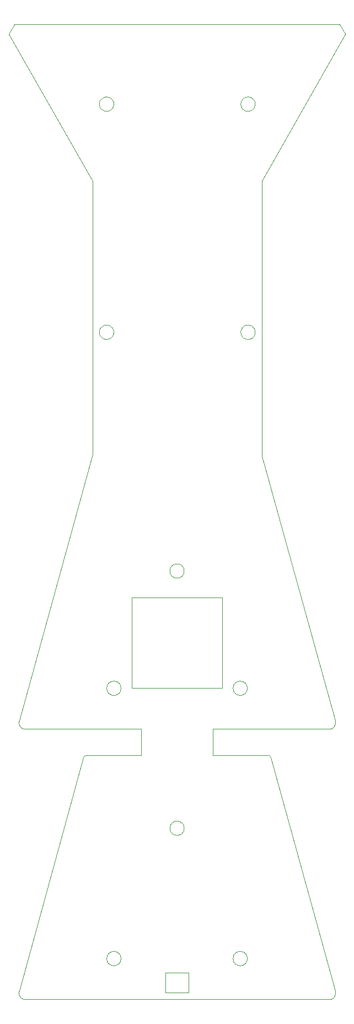
<source format=gbr>
%TF.GenerationSoftware,KiCad,Pcbnew,(6.0.5)*%
%TF.CreationDate,2022-08-05T18:45:46+09:00*%
%TF.ProjectId,ergotonic_f24_exre,6572676f-746f-46e6-9963-5f6632345f65,rev?*%
%TF.SameCoordinates,Original*%
%TF.FileFunction,Profile,NP*%
%FSLAX46Y46*%
G04 Gerber Fmt 4.6, Leading zero omitted, Abs format (unit mm)*
G04 Created by KiCad (PCBNEW (6.0.5)) date 2022-08-05 18:45:46*
%MOMM*%
%LPD*%
G01*
G04 APERTURE LIST*
%TA.AperFunction,Profile*%
%ADD10C,0.090000*%
%TD*%
%ADD11C,0.090000*%
%TA.AperFunction,Profile*%
%ADD12C,0.120000*%
%TD*%
G04 APERTURE END LIST*
D10*
X1099949Y-83000000D02*
G75*
G03*
X1099949Y-83000000I-1099997J0D01*
G01*
X10799997Y-103000000D02*
G75*
G03*
X10799997Y-103000000I-1099997J0D01*
G01*
X-8600003Y-103000000D02*
G75*
G03*
X-8600003Y-103000000I-1099997J0D01*
G01*
X1099886Y-43522532D02*
G75*
G03*
X1099886Y-43522532I-1099998J0D01*
G01*
X10799934Y-61522532D02*
G75*
G03*
X10799934Y-61522532I-1099997J0D01*
G01*
X-8600066Y-61522532D02*
G75*
G03*
X-8600066Y-61522532I-1099997J0D01*
G01*
D11*
X24253881Y-107986217D02*
X14364541Y-72141721D01*
X23289901Y-109252181D02*
X23411520Y-109244959D01*
X23528192Y-109223903D01*
X23639223Y-109189921D01*
X23743920Y-109143924D01*
X23841589Y-109086823D01*
X23931538Y-109019529D01*
X24013074Y-108942951D01*
X24085502Y-108858000D01*
X24148130Y-108765587D01*
X24200264Y-108666621D01*
X24241211Y-108562014D01*
X24270279Y-108452675D01*
X24286772Y-108339516D01*
X24289999Y-108223446D01*
X24279267Y-108105376D01*
X24253881Y-107986217D01*
X-23290030Y-109252117D02*
X23289901Y-109252181D01*
X-24254011Y-107986152D02*
X-24279393Y-108105311D01*
X-24290123Y-108223381D01*
X-24286894Y-108339451D01*
X-24270399Y-108452610D01*
X-24241331Y-108561949D01*
X-24200384Y-108666556D01*
X-24148250Y-108765522D01*
X-24085623Y-108857936D01*
X-24013196Y-108942887D01*
X-23931662Y-109019465D01*
X-23841714Y-109086759D01*
X-23744046Y-109143860D01*
X-23639350Y-109189857D01*
X-23528320Y-109223838D01*
X-23411649Y-109244895D01*
X-23290030Y-109252117D01*
X-14364649Y-72141721D02*
X-24254011Y-107986152D01*
X-13882637Y-71774710D02*
X-13985631Y-71785391D01*
X-14082055Y-71816159D01*
X-14169399Y-71865104D01*
X-14245152Y-71930311D01*
X-14306805Y-72009870D01*
X-14351846Y-72101867D01*
X-14364649Y-72141721D01*
X-5500052Y-71774710D02*
X-13882637Y-71774710D01*
X-5500052Y-67774674D02*
X-5500052Y-71774710D01*
X-23290094Y-67774653D02*
X-5500052Y-67774674D01*
X-24254075Y-66508710D02*
X-24279457Y-66627869D01*
X-24290187Y-66745938D01*
X-24286958Y-66862007D01*
X-24270463Y-66975165D01*
X-24241395Y-67084502D01*
X-24200448Y-67189107D01*
X-24148314Y-67288071D01*
X-24085687Y-67380483D01*
X-24013260Y-67465431D01*
X-23931726Y-67542008D01*
X-23841778Y-67609300D01*
X-23744110Y-67666399D01*
X-23639414Y-67712395D01*
X-23528384Y-67746375D01*
X-23411713Y-67767432D01*
X-23290094Y-67774653D01*
X-13050409Y-25900551D02*
X-24254075Y-66508710D01*
X-12999982Y-25528265D02*
X-13003155Y-25622460D01*
X-13012648Y-25716119D01*
X-13028413Y-25808922D01*
X-13050409Y-25900551D01*
X-12999939Y16340863D02*
X-12999982Y-25528265D01*
X-25845236Y38853959D02*
X-12999939Y16340863D01*
X-24976684Y40349540D02*
X-25045725Y40230658D01*
X-25108864Y40121939D01*
X-25166943Y40021932D01*
X-25220806Y39929184D01*
X-25271296Y39842244D01*
X-25319256Y39759659D01*
X-25365529Y39679978D01*
X-25410959Y39601749D01*
X-25456389Y39523520D01*
X-25502663Y39443839D01*
X-25550623Y39361254D01*
X-25601112Y39274314D01*
X-25654975Y39181566D01*
X-25713055Y39081559D01*
X-25776194Y38972840D01*
X-25845236Y38853959D01*
X24976533Y40349497D02*
X-24976684Y40349540D01*
X25845106Y38853916D02*
X25776063Y38972797D01*
X25712924Y39081516D01*
X25654844Y39181523D01*
X25600980Y39274271D01*
X25550488Y39361211D01*
X25502526Y39443796D01*
X25456251Y39523477D01*
X25410819Y39601706D01*
X25365387Y39679935D01*
X25319112Y39759616D01*
X25271150Y39842200D01*
X25220659Y39929141D01*
X25166794Y40021888D01*
X25108714Y40121896D01*
X25045575Y40230615D01*
X24976533Y40349497D01*
X12999788Y16340863D02*
X25845106Y38853916D01*
X12999766Y-25528244D02*
X12999788Y16340863D01*
X13050172Y-25900486D02*
X13028180Y-25808858D01*
X13012421Y-25716060D01*
X13002936Y-25622414D01*
X12999766Y-25528244D01*
X24253817Y-66508731D02*
X13050172Y-25900486D01*
X23289836Y-67774696D02*
X23411455Y-67767474D01*
X23528127Y-67746417D01*
X23639158Y-67712436D01*
X23743855Y-67666439D01*
X23841524Y-67609338D01*
X23931474Y-67542044D01*
X24013009Y-67465466D01*
X24085437Y-67380515D01*
X24148065Y-67288101D01*
X24200200Y-67189135D01*
X24241147Y-67084528D01*
X24270214Y-66975189D01*
X24286708Y-66862030D01*
X24289935Y-66745960D01*
X24279203Y-66627890D01*
X24253817Y-66508731D01*
X5499944Y-67774674D02*
X23289836Y-67774696D01*
X5499944Y-71774710D02*
X5499944Y-67774674D01*
X13882551Y-71774710D02*
X5499944Y-71774710D01*
X14364541Y-72141721D02*
X14326847Y-72045283D01*
X14271539Y-71960519D01*
X14201126Y-71889342D01*
X14118120Y-71833663D01*
X14025032Y-71795395D01*
X13924372Y-71776449D01*
X13882551Y-71774710D01*
X9756058Y28154117D02*
X9761737Y28266586D01*
X9778405Y28375807D01*
X9805510Y28481225D01*
X9842500Y28582289D01*
X9888820Y28678445D01*
X9943918Y28769139D01*
X10007241Y28853821D01*
X10078236Y28931935D01*
X10156351Y29002931D01*
X10241032Y29066254D01*
X10331727Y29121352D01*
X10427883Y29167672D01*
X10528946Y29204661D01*
X10634365Y29231766D01*
X10743586Y29248434D01*
X10856056Y29254114D01*
X10856056Y27054120D02*
X10743586Y27059799D01*
X10634365Y27076468D01*
X10528946Y27103574D01*
X10427883Y27140564D01*
X10331727Y27186886D01*
X10241032Y27241985D01*
X10156351Y27305309D01*
X10078236Y27376306D01*
X10007241Y27454421D01*
X9943918Y27539103D01*
X9888820Y27629798D01*
X9842500Y27725953D01*
X9805510Y27827015D01*
X9778405Y27932432D01*
X9761737Y28041650D01*
X9756058Y28154117D01*
X11956053Y28154117D02*
X11950373Y28041650D01*
X11933705Y27932432D01*
X11906600Y27827015D01*
X11869611Y27725953D01*
X11823291Y27629798D01*
X11768193Y27539103D01*
X11704870Y27454421D01*
X11633874Y27376306D01*
X11555760Y27305309D01*
X11471078Y27241985D01*
X11380384Y27186886D01*
X11284228Y27140564D01*
X11183164Y27103574D01*
X11077746Y27076468D01*
X10968525Y27059799D01*
X10856056Y27054120D01*
X10856056Y29254114D02*
X10968525Y29248434D01*
X11077746Y29231766D01*
X11183164Y29204661D01*
X11284228Y29167672D01*
X11380384Y29121352D01*
X11471078Y29066254D01*
X11555760Y29002931D01*
X11633874Y28931935D01*
X11704870Y28853821D01*
X11768193Y28769139D01*
X11823291Y28678445D01*
X11869611Y28582289D01*
X11906600Y28481225D01*
X11933705Y28375807D01*
X11950373Y28266586D01*
X11956053Y28154117D01*
X9756037Y-6845878D02*
X9761716Y-6733408D01*
X9778384Y-6624187D01*
X9805489Y-6518769D01*
X9842478Y-6417705D01*
X9888798Y-6321549D01*
X9943896Y-6230855D01*
X10007219Y-6146173D01*
X10078215Y-6068059D01*
X10156329Y-5997063D01*
X10241011Y-5933740D01*
X10331705Y-5878642D01*
X10427861Y-5832322D01*
X10528925Y-5795333D01*
X10634343Y-5768228D01*
X10743564Y-5751560D01*
X10856034Y-5745881D01*
X10856034Y-7945876D02*
X10743564Y-7940196D01*
X10634343Y-7923528D01*
X10528925Y-7896423D01*
X10427861Y-7859433D01*
X10331705Y-7813113D01*
X10241011Y-7758015D01*
X10156329Y-7694692D01*
X10078215Y-7623697D01*
X10007219Y-7545582D01*
X9943896Y-7460901D01*
X9888798Y-7370206D01*
X9842478Y-7274050D01*
X9805489Y-7172987D01*
X9778384Y-7067568D01*
X9761716Y-6958347D01*
X9756037Y-6845878D01*
X11956032Y-6845878D02*
X11950352Y-6958347D01*
X11933684Y-7067568D01*
X11906579Y-7172987D01*
X11869589Y-7274050D01*
X11823269Y-7370206D01*
X11768171Y-7460901D01*
X11704848Y-7545582D01*
X11633853Y-7623697D01*
X11555738Y-7694692D01*
X11471057Y-7758015D01*
X11380362Y-7813113D01*
X11284206Y-7859433D01*
X11183143Y-7896423D01*
X11077724Y-7923528D01*
X10968503Y-7940196D01*
X10856034Y-7945876D01*
X10856034Y-5745881D02*
X10968503Y-5751560D01*
X11077724Y-5768228D01*
X11183143Y-5795333D01*
X11284206Y-5832322D01*
X11380362Y-5878642D01*
X11471057Y-5933740D01*
X11555738Y-5997063D01*
X11633853Y-6068059D01*
X11704848Y-6146173D01*
X11768171Y-6230855D01*
X11823269Y-6321549D01*
X11869589Y-6417705D01*
X11906579Y-6518769D01*
X11933684Y-6624187D01*
X11950352Y-6733408D01*
X11956032Y-6845878D01*
X-9755994Y-6845857D02*
X-9761673Y-6958326D01*
X-9778342Y-7067547D01*
X-9805448Y-7172965D01*
X-9842439Y-7274029D01*
X-9888760Y-7370185D01*
X-9943860Y-7460879D01*
X-10007185Y-7545561D01*
X-10078183Y-7623675D01*
X-10156299Y-7694671D01*
X-10240983Y-7757994D01*
X-10331679Y-7813092D01*
X-10427837Y-7859412D01*
X-10528902Y-7896401D01*
X-10634321Y-7923506D01*
X-10743542Y-7940174D01*
X-10856013Y-7945854D01*
X-10856013Y-5745859D02*
X-10743542Y-5751538D01*
X-10634321Y-5768206D01*
X-10528902Y-5795311D01*
X-10427837Y-5832301D01*
X-10331679Y-5878621D01*
X-10240983Y-5933719D01*
X-10156299Y-5997042D01*
X-10078183Y-6068037D01*
X-10007185Y-6146152D01*
X-9943860Y-6230833D01*
X-9888760Y-6321528D01*
X-9842439Y-6417684D01*
X-9805448Y-6518747D01*
X-9778342Y-6624166D01*
X-9761673Y-6733387D01*
X-9755994Y-6845857D01*
X-11956010Y-6845857D02*
X-11950330Y-6733387D01*
X-11933661Y-6624166D01*
X-11906555Y-6518747D01*
X-11869565Y-6417684D01*
X-11823243Y-6321528D01*
X-11768144Y-6230833D01*
X-11704820Y-6146152D01*
X-11633823Y-6068037D01*
X-11555708Y-5997042D01*
X-11471026Y-5933719D01*
X-11380331Y-5878621D01*
X-11284176Y-5832301D01*
X-11183113Y-5795311D01*
X-11077697Y-5768206D01*
X-10968479Y-5751538D01*
X-10856013Y-5745859D01*
X-10856013Y-7945854D02*
X-10968479Y-7940174D01*
X-11077697Y-7923506D01*
X-11183113Y-7896401D01*
X-11284176Y-7859412D01*
X-11380331Y-7813092D01*
X-11471026Y-7757994D01*
X-11555708Y-7694671D01*
X-11633823Y-7623675D01*
X-11704820Y-7545561D01*
X-11768144Y-7460879D01*
X-11823243Y-7370185D01*
X-11869565Y-7274029D01*
X-11906555Y-7172965D01*
X-11933661Y-7067547D01*
X-11950330Y-6958326D01*
X-11956010Y-6845857D01*
X-9755972Y28154117D02*
X-9761651Y28041650D01*
X-9778320Y27932432D01*
X-9805426Y27827015D01*
X-9842417Y27725953D01*
X-9888738Y27629798D01*
X-9943838Y27539103D01*
X-10007163Y27454421D01*
X-10078161Y27376306D01*
X-10156277Y27305309D01*
X-10240961Y27241985D01*
X-10331657Y27186886D01*
X-10427815Y27140564D01*
X-10528880Y27103574D01*
X-10634299Y27076468D01*
X-10743520Y27059799D01*
X-10855991Y27054120D01*
X-10855991Y29254114D02*
X-10743520Y29248434D01*
X-10634299Y29231766D01*
X-10528880Y29204661D01*
X-10427815Y29167672D01*
X-10331657Y29121352D01*
X-10240961Y29066254D01*
X-10156277Y29002931D01*
X-10078161Y28931935D01*
X-10007163Y28853821D01*
X-9943838Y28769139D01*
X-9888738Y28678445D01*
X-9842417Y28582289D01*
X-9805426Y28481225D01*
X-9778320Y28375807D01*
X-9761651Y28266586D01*
X-9755972Y28154117D01*
X-11955989Y28154117D02*
X-11950309Y28266586D01*
X-11933640Y28375807D01*
X-11906534Y28481225D01*
X-11869544Y28582289D01*
X-11823222Y28678445D01*
X-11768123Y28769139D01*
X-11704799Y28853821D01*
X-11633802Y28931935D01*
X-11555686Y29002931D01*
X-11471005Y29066254D01*
X-11380309Y29121352D01*
X-11284154Y29167672D01*
X-11183092Y29204661D01*
X-11077675Y29231766D01*
X-10968457Y29248434D01*
X-10855991Y29254114D01*
X-10855991Y27054120D02*
X-10968457Y27059799D01*
X-11077675Y27076468D01*
X-11183092Y27103574D01*
X-11284154Y27140564D01*
X-11380309Y27186886D01*
X-11471005Y27241985D01*
X-11555686Y27305309D01*
X-11633802Y27376306D01*
X-11704799Y27454421D01*
X-11768123Y27539103D01*
X-11823222Y27629798D01*
X-11869544Y27725953D01*
X-11906534Y27827015D01*
X-11933640Y27932432D01*
X-11950309Y28041650D01*
X-11955989Y28154117D01*
X6929874Y-61452537D02*
X-6930111Y-61452515D01*
X6929896Y-47592551D02*
X6929874Y-61452537D01*
X-6930089Y-47592530D02*
X6929896Y-47592551D01*
X-6930111Y-61452515D02*
X-6930089Y-47592530D01*
D12*
%TO.C,LED_X1*%
X-1800000Y-105150000D02*
X-1800000Y-108250000D01*
X-1800000Y-108250000D02*
X1800000Y-108250000D01*
X1800000Y-105150000D02*
X-1800000Y-105150000D01*
X1800000Y-108250000D02*
X1800000Y-105150000D01*
%TD*%
M02*

</source>
